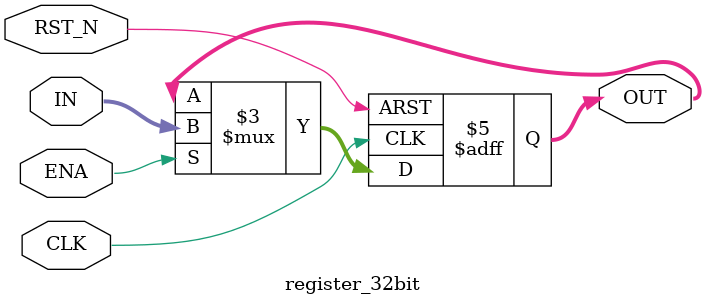
<source format=v>
module register_32bit (IN, OUT, RST_N, CLK, ENA);

    input [31:0] IN;
    input RST_N, CLK, ENA;
    output reg [31:0] OUT;

    always @(posedge CLK or negedge RST_N) 
    begin
        if (!RST_N)  OUT <= 32'b0;
        else if (ENA)  OUT <= IN;
    end

endmodule
</source>
